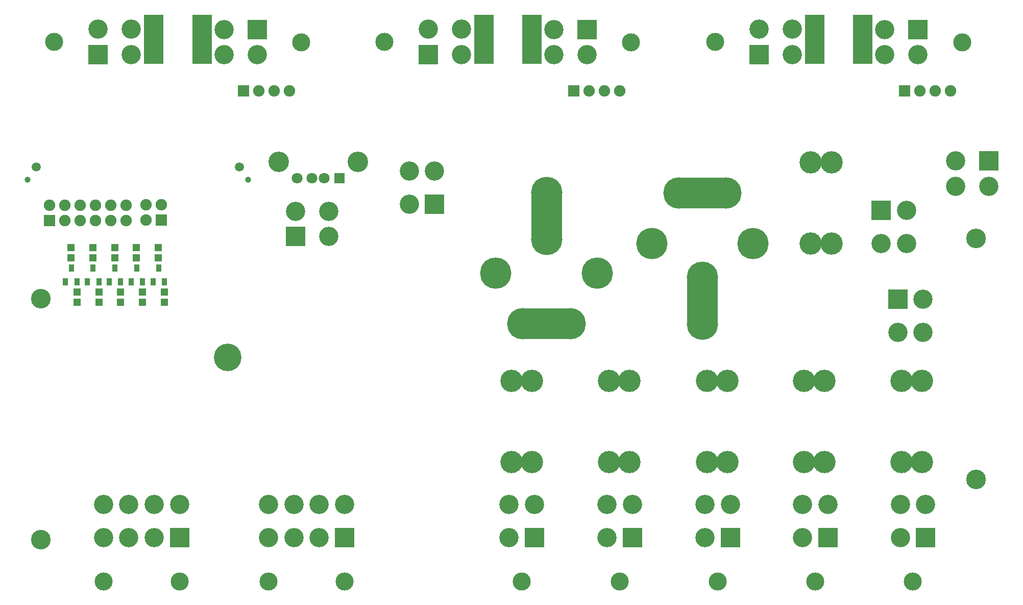
<source format=gbs>
G04 DipTrace 3.0.0.2*
G04 Power_Current.GBS*
%MOMM*%
G04 #@! TF.FileFunction,Soldermask,Bot*
G04 #@! TF.Part,Single*
%ADD29C,3.2*%
%ADD51C,3.0*%
%ADD52C,1.5*%
%ADD53C,1.0*%
%ADD54C,4.572*%
%ADD55C,3.26*%
%ADD69R,3.2X8.2*%
%ADD77R,1.2X1.3*%
%ADD79R,0.85X1.25*%
%ADD81C,3.7*%
%ADD91R,8.0X5.2*%
%ADD93R,5.2X8.0*%
%ADD95C,5.2*%
%ADD97C,3.4*%
%ADD98C,1.8*%
%ADD100R,1.8X1.8*%
%ADD104C,1.9*%
%ADD106R,1.9X1.9*%
%ADD109R,3.2X3.2*%
%FSLAX35Y35*%
G04*
G71*
G90*
G75*
G01*
G04 BotMask*
%LPD*%
D109*
X9687500Y2037500D3*
D29*
X9267500D3*
Y2587500D3*
X9687500D3*
D51*
X9477500Y1307500D3*
D109*
X11312500Y2037500D3*
D29*
X10892500D3*
Y2587500D3*
X11312500D3*
D51*
X11102500Y1307500D3*
D109*
X12937500Y2037500D3*
D29*
X12517500D3*
Y2587500D3*
X12937500D3*
D51*
X12727500Y1307500D3*
D109*
X14555750Y2037500D3*
D29*
X14135750D3*
Y2587500D3*
X14555750D3*
D51*
X14345750Y1307500D3*
D109*
X16175000Y2037500D3*
D29*
X15755000D3*
Y2587500D3*
X16175000D3*
D51*
X15965000Y1307500D3*
D109*
X15437500Y7462500D3*
D29*
X15857500D3*
Y6912500D3*
X15437500D3*
D109*
X8032500Y7562500D3*
D29*
X7612500D3*
Y8112500D3*
X8032500D3*
D109*
X17225000Y8282500D3*
D29*
Y7862500D3*
X16675000D3*
Y8282500D3*
D109*
X5725000Y7030000D3*
D29*
Y7450000D3*
X6275000D3*
Y7030000D3*
D109*
X15712500Y5987500D3*
D29*
X16132500D3*
Y5437500D3*
X15712500D3*
D109*
X3800000Y2037500D3*
D29*
X3380000D3*
X2960000D3*
X2540000D3*
Y2587500D3*
X2960000D3*
X3380000D3*
X3800000D3*
D51*
X2540000Y1307500D3*
X3800000D3*
D109*
X6537500Y2037500D3*
D29*
X6117500D3*
X5697500D3*
X5277500D3*
Y2587500D3*
X5697500D3*
X6117500D3*
X6537500D3*
D51*
X5277500Y1307500D3*
X6537500D3*
D106*
X1642500Y7296000D3*
D104*
Y7550000D3*
X1896500Y7296000D3*
Y7550000D3*
X2150500Y7296000D3*
Y7550000D3*
X2404500Y7296000D3*
Y7550000D3*
X2658500Y7296000D3*
Y7550000D3*
X2912500Y7296000D3*
Y7550000D3*
D106*
X3500000Y7300000D3*
D104*
Y7554000D3*
X3246000Y7300000D3*
Y7554000D3*
D52*
X4795123Y8184957D3*
X1425123D3*
D53*
X1277623Y7974957D3*
X4942623D3*
D54*
X4602040Y5022917D3*
D100*
X6450000Y8000000D3*
D98*
X6200000D3*
X6000000D3*
X5750000D3*
D97*
X6757000Y8270000D3*
X5443000D3*
D95*
X9887500Y7762500D3*
D93*
Y7372500D3*
D95*
Y6982500D3*
X10727500Y6422500D3*
X9047500D3*
D91*
X9887500Y5582500D3*
D95*
X9497500D3*
X10277500D3*
D81*
X9650000Y4637500D3*
X9310000Y3290500D3*
Y4637500D3*
X9650000Y3290500D3*
X11262500Y4637500D3*
X10922500Y3290500D3*
Y4637500D3*
X11262500Y3290500D3*
X12887500Y4637500D3*
X12547500Y3290500D3*
Y4637500D3*
X12887500Y3290500D3*
X14500000Y4637500D3*
X14160000Y3290500D3*
Y4637500D3*
X14500000Y3290500D3*
X16112500Y4637500D3*
X15772500Y3290500D3*
Y4637500D3*
X16112500Y3290500D3*
X14612500Y8262500D3*
X14272500Y6915500D3*
Y8262500D3*
X14612500Y6915500D3*
D79*
X3550000Y6275000D3*
X3360000D3*
X3455000Y6505000D3*
D77*
X3550000Y6112500D3*
Y5942500D3*
X3450000Y6675000D3*
Y6845000D3*
D79*
X3187500Y6275000D3*
X2997500D3*
X3092500Y6505000D3*
D77*
X3187500Y6112500D3*
Y5942500D3*
X3087500Y6675000D3*
Y6845000D3*
D79*
X2825000Y6275000D3*
X2635000D3*
X2730000Y6505000D3*
D77*
X2825000Y6112500D3*
Y5942500D3*
X2725000Y6675000D3*
Y6845000D3*
D79*
X2462500Y6275000D3*
X2272500D3*
X2367500Y6505000D3*
D77*
X2462500Y6112500D3*
Y5942500D3*
X2362500Y6675000D3*
Y6845000D3*
D79*
X2100000Y6275000D3*
X1910000D3*
X2005000Y6505000D3*
D77*
X2100000Y6112500D3*
Y5942500D3*
X2000000Y6675000D3*
Y6845000D3*
D95*
X12475000Y5575000D3*
D93*
Y5965000D3*
D95*
Y6355000D3*
X11635000Y6915000D3*
X13315000D3*
D91*
X12475000Y7755000D3*
D95*
X12865000D3*
X12085000D3*
D55*
X17010000Y7000000D3*
Y3000000D3*
X1500000Y2000000D3*
Y6000000D3*
D109*
X2452250Y10049750D3*
D29*
Y10469750D3*
X3002250D3*
Y10049750D3*
D51*
X1722250Y10259750D3*
D109*
X5087500Y10462500D3*
D29*
Y10042500D3*
X4537500D3*
Y10462500D3*
D51*
X5817500Y10252500D3*
D106*
X4865250Y9446503D3*
D104*
X5119250D3*
X5373250D3*
X5627250D3*
D69*
X3373000Y10303750D3*
X4173000D3*
D109*
X7927250Y10049750D3*
D29*
Y10469750D3*
X8477250D3*
Y10049750D3*
D51*
X7197250Y10259750D3*
D109*
X10562500Y10462500D3*
D29*
Y10042500D3*
X10012500D3*
Y10462500D3*
D51*
X11292500Y10252500D3*
D106*
X10340250Y9446503D3*
D104*
X10594250D3*
X10848250D3*
X11102250D3*
D69*
X8848000Y10303750D3*
X9648000D3*
D109*
X13414750Y10049750D3*
D29*
Y10469750D3*
X13964750D3*
Y10049750D3*
D51*
X12684750Y10259750D3*
D109*
X16050000Y10462500D3*
D29*
Y10042500D3*
X15500000D3*
Y10462500D3*
D51*
X16780000Y10252500D3*
D106*
X15827750Y9446503D3*
D104*
X16081750D3*
X16335750D3*
X16589750D3*
D69*
X14335500Y10303750D3*
X15135500D3*
M02*

</source>
